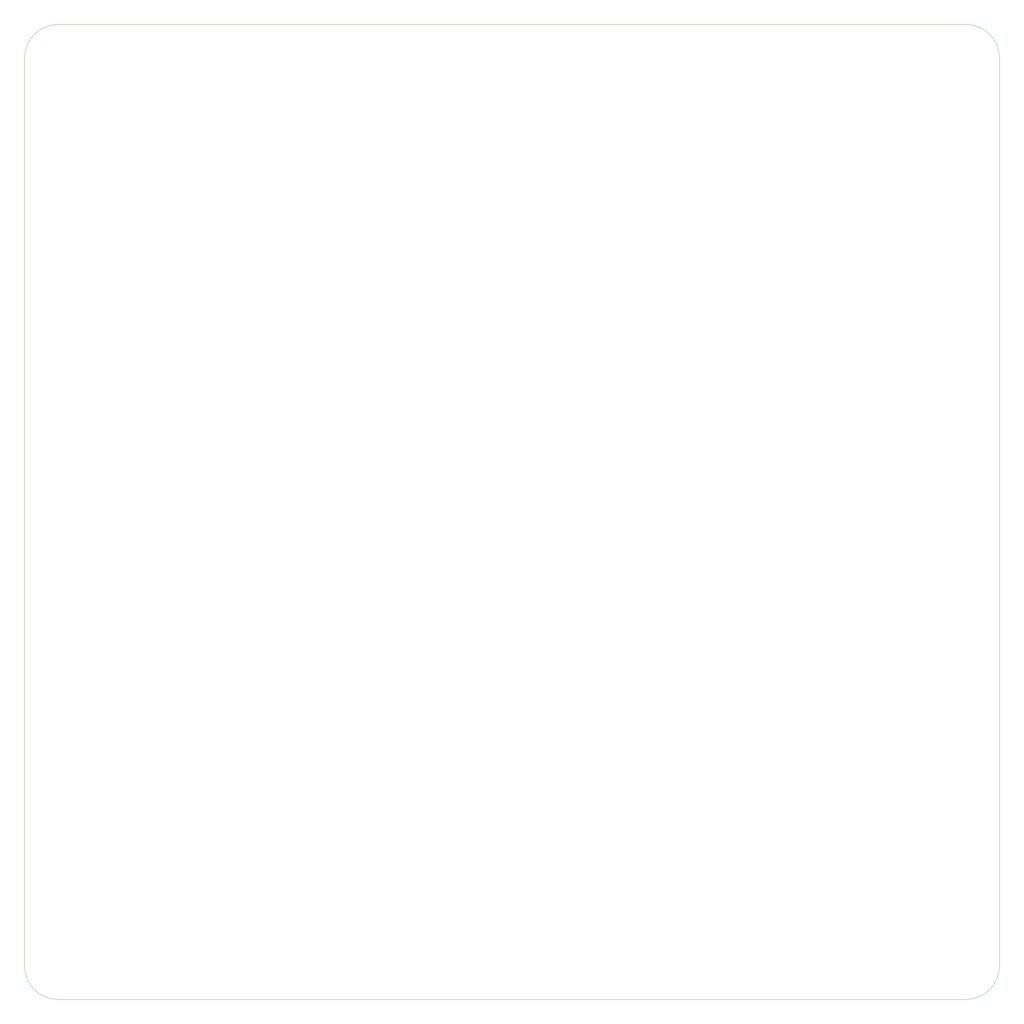
<source format=gm1>
G04 #@! TF.GenerationSoftware,KiCad,Pcbnew,(5.1.10)-1*
G04 #@! TF.CreationDate,2021-11-14T07:23:14+08:00*
G04 #@! TF.ProjectId,8x8x8-RGB-LED-Cube-PCB,38783878-382d-4524-9742-2d4c45442d43,rev?*
G04 #@! TF.SameCoordinates,Original*
G04 #@! TF.FileFunction,Profile,NP*
%FSLAX46Y46*%
G04 Gerber Fmt 4.6, Leading zero omitted, Abs format (unit mm)*
G04 Created by KiCad (PCBNEW (5.1.10)-1) date 2021-11-14 07:23:14*
%MOMM*%
%LPD*%
G01*
G04 APERTURE LIST*
G04 #@! TA.AperFunction,Profile*
%ADD10C,0.050000*%
G04 #@! TD*
G04 APERTURE END LIST*
D10*
X342000000Y-61000000D02*
X342000000Y-331000000D01*
X332000000Y-51000000D02*
G75*
G02*
X342000000Y-61000000I0J-10000000D01*
G01*
X332000000Y-341000000D02*
X62000000Y-341000000D01*
X342000000Y-331000000D02*
G75*
G02*
X332000000Y-341000000I-10000000J0D01*
G01*
X52000000Y-331000000D02*
X52000000Y-61000000D01*
X62000000Y-341000000D02*
G75*
G02*
X52000000Y-331000000I0J10000000D01*
G01*
X62000000Y-51000000D02*
X332000000Y-51000000D01*
X52000000Y-61000000D02*
G75*
G02*
X62000000Y-51000000I10000000J0D01*
G01*
M02*

</source>
